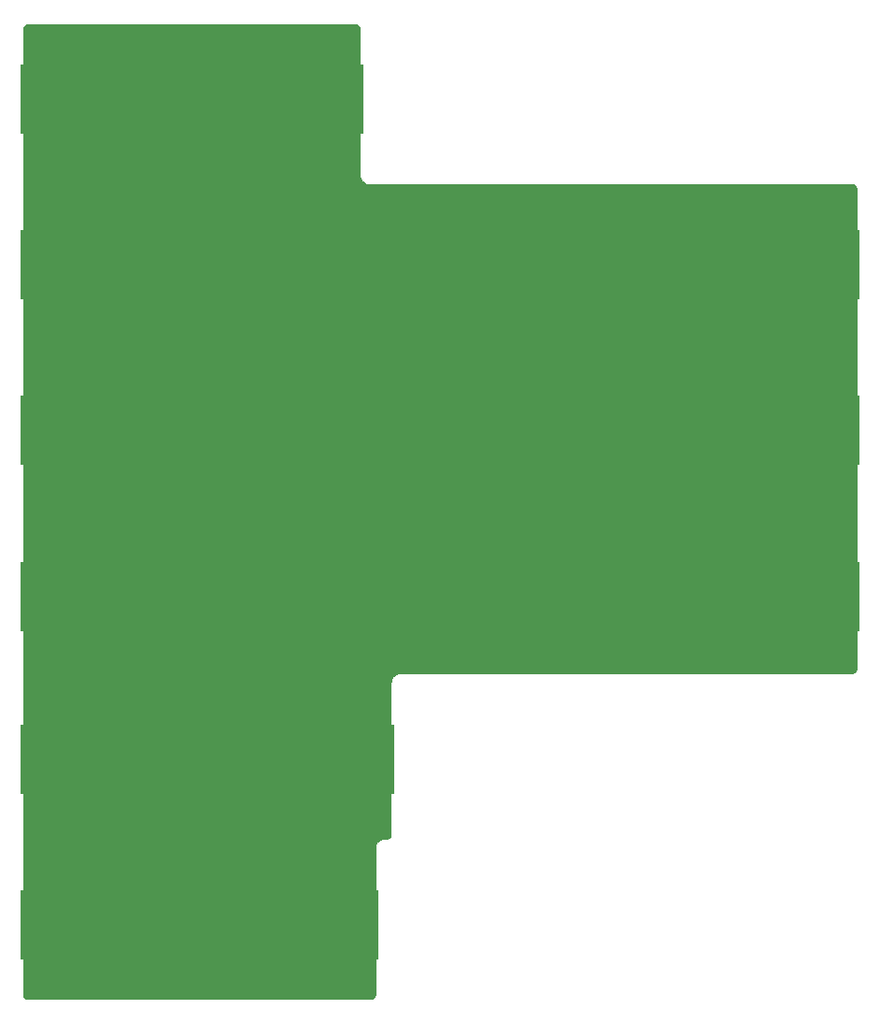
<source format=gbl>
G04 #@! TF.GenerationSoftware,KiCad,Pcbnew,(5.1.5)-2*
G04 #@! TF.CreationDate,2020-02-16T11:04:41+01:00*
G04 #@! TF.ProjectId,OSHPark_4Layers_trl-board_v0_1,4f534850-6172-46b5-9f34-4c6179657273,rev?*
G04 #@! TF.SameCoordinates,Original*
G04 #@! TF.FileFunction,Copper,L4,Bot*
G04 #@! TF.FilePolarity,Positive*
%FSLAX46Y46*%
G04 Gerber Fmt 4.6, Leading zero omitted, Abs format (unit mm)*
G04 Created by KiCad (PCBNEW (5.1.5)-2) date 2020-02-16 11:04:41*
%MOMM*%
%LPD*%
G04 APERTURE LIST*
%ADD10R,2.184400X6.299200*%
%ADD11C,0.762000*%
%ADD12C,0.600000*%
%ADD13C,0.152400*%
G04 APERTURE END LIST*
D10*
X214307800Y-165000000D03*
X184092200Y-165000000D03*
X215737800Y-150000000D03*
X184092200Y-150000000D03*
X257907800Y-135250000D03*
X184092200Y-135250000D03*
X257907800Y-120250000D03*
X184092200Y-120250000D03*
X257907800Y-105250000D03*
X184092200Y-105250000D03*
X212907800Y-90250000D03*
X184092200Y-90250000D03*
D11*
X185300000Y-165812800D03*
X186600000Y-165812800D03*
X187900000Y-165812800D03*
X189200000Y-165812800D03*
X190500000Y-165812800D03*
X191800000Y-165812800D03*
X193100000Y-165812800D03*
X194400000Y-165812800D03*
X195700000Y-165812800D03*
X197000000Y-165812800D03*
X200900000Y-165812800D03*
X202200000Y-165812800D03*
X203500000Y-165812800D03*
X204800000Y-165812800D03*
X206100000Y-165812800D03*
X207400000Y-165812800D03*
X208700000Y-165812800D03*
X210000000Y-165812800D03*
X211300000Y-165812800D03*
X212600000Y-165812800D03*
X184000000Y-165812800D03*
X213900000Y-165812800D03*
X212600000Y-164187200D03*
X211300000Y-164187200D03*
X210000000Y-164187200D03*
X208700000Y-164187200D03*
X207400000Y-164187200D03*
X206100000Y-164187200D03*
X204800000Y-164187200D03*
X203500000Y-164187200D03*
X202200000Y-164187200D03*
X200900000Y-164187200D03*
X197000000Y-164187200D03*
X195700000Y-164187200D03*
X194400000Y-164187200D03*
X193100000Y-164187200D03*
X191800000Y-164187200D03*
X190500000Y-164187200D03*
X189200000Y-164187200D03*
X187900000Y-164187200D03*
X186600000Y-164187200D03*
X185300000Y-164187200D03*
X213900000Y-164187200D03*
X184000000Y-164187200D03*
X185362500Y-150812800D03*
X186725000Y-150812800D03*
X188087500Y-150812800D03*
X189450000Y-150812800D03*
X190812500Y-150812800D03*
X192175000Y-150812800D03*
X193537500Y-150812800D03*
X194900000Y-150812800D03*
X196262500Y-150812800D03*
X197625000Y-150812800D03*
X184000000Y-150812800D03*
X197625000Y-149187200D03*
X196262500Y-149187200D03*
X194900000Y-149187200D03*
X193537500Y-149187200D03*
X192175000Y-149187200D03*
X190812500Y-149187200D03*
X189450000Y-149187200D03*
X188087500Y-149187200D03*
X186725000Y-149187200D03*
X185362500Y-149187200D03*
X184000000Y-149187200D03*
X202156083Y-150812800D03*
X203449666Y-150812800D03*
X204743250Y-150812800D03*
X206036833Y-150812800D03*
X207330416Y-150812800D03*
X208624000Y-150812800D03*
X209917583Y-150812800D03*
X211211166Y-150812800D03*
X212504750Y-150812800D03*
X213798333Y-150812800D03*
X215091916Y-150812800D03*
X215091916Y-149187200D03*
X213798333Y-149187200D03*
X212504750Y-149187200D03*
X211211166Y-149187200D03*
X209917583Y-149187200D03*
X208624000Y-149187200D03*
X207330416Y-149187200D03*
X206036833Y-149187200D03*
X204743250Y-149187200D03*
X203449666Y-149187200D03*
X202156083Y-149187200D03*
X185285439Y-136062800D03*
X186570879Y-136062800D03*
X187856318Y-136062800D03*
X189141758Y-136062800D03*
X190427198Y-136062800D03*
X191712637Y-136062800D03*
X192998077Y-136062800D03*
X194283517Y-136062800D03*
X195568956Y-136062800D03*
X196854396Y-136062800D03*
X198139836Y-136062800D03*
X199425275Y-136062800D03*
X200710715Y-136062800D03*
X201996155Y-136062800D03*
X203281594Y-136062800D03*
X204567034Y-136062800D03*
X205852474Y-136062800D03*
X207137913Y-136062800D03*
X208423353Y-136062800D03*
X209708793Y-136062800D03*
X210994232Y-136062800D03*
X212279672Y-136062800D03*
X213565112Y-136062800D03*
X214850551Y-136062800D03*
X216135991Y-136062800D03*
X217421431Y-136062800D03*
X218706870Y-136062800D03*
X219992310Y-136062800D03*
X221277750Y-136062800D03*
X222563189Y-136062800D03*
X223848629Y-136062800D03*
X225134068Y-136062800D03*
X226419508Y-136062800D03*
X227704948Y-136062800D03*
X228990387Y-136062800D03*
X230275827Y-136062800D03*
X231561267Y-136062800D03*
X232846706Y-136062800D03*
X234132146Y-136062800D03*
X235417586Y-136062800D03*
X236703025Y-136062800D03*
X237988465Y-136062800D03*
X239273905Y-136062800D03*
X240559344Y-136062800D03*
X241844784Y-136062800D03*
X243130224Y-136062800D03*
X244415663Y-136062800D03*
X245701103Y-136062800D03*
X246986543Y-136062800D03*
X248271982Y-136062800D03*
X249557422Y-136062800D03*
X250842862Y-136062800D03*
X252128301Y-136062800D03*
X253413741Y-136062800D03*
X254699181Y-136062800D03*
X255984620Y-136062800D03*
X257270060Y-136062800D03*
X184000000Y-136062800D03*
X257270060Y-134437200D03*
X255984620Y-134437200D03*
X254699181Y-134437200D03*
X253413741Y-134437200D03*
X252128301Y-134437200D03*
X250842862Y-134437200D03*
X249557422Y-134437200D03*
X248271982Y-134437200D03*
X246986543Y-134437200D03*
X245701103Y-134437200D03*
X244415663Y-134437200D03*
X243130224Y-134437200D03*
X241844784Y-134437200D03*
X240559344Y-134437200D03*
X239273905Y-134437200D03*
X237988465Y-134437200D03*
X236703025Y-134437200D03*
X235417586Y-134437200D03*
X234132146Y-134437200D03*
X232846706Y-134437200D03*
X231561267Y-134437200D03*
X230275827Y-134437200D03*
X228990387Y-134437200D03*
X227704948Y-134437200D03*
X226419508Y-134437200D03*
X225134068Y-134437200D03*
X223848629Y-134437200D03*
X222563189Y-134437200D03*
X221277750Y-134437200D03*
X219992310Y-134437200D03*
X218706870Y-134437200D03*
X217421431Y-134437200D03*
X216135991Y-134437200D03*
X214850551Y-134437200D03*
X213565112Y-134437200D03*
X212279672Y-134437200D03*
X210994232Y-134437200D03*
X209708793Y-134437200D03*
X208423353Y-134437200D03*
X207137913Y-134437200D03*
X205852474Y-134437200D03*
X204567034Y-134437200D03*
X203281594Y-134437200D03*
X201996155Y-134437200D03*
X200710715Y-134437200D03*
X199425275Y-134437200D03*
X198139836Y-134437200D03*
X196854396Y-134437200D03*
X195568956Y-134437200D03*
X194283517Y-134437200D03*
X192998077Y-134437200D03*
X191712637Y-134437200D03*
X190427198Y-134437200D03*
X189141758Y-134437200D03*
X187856318Y-134437200D03*
X186570879Y-134437200D03*
X185285439Y-134437200D03*
X184000000Y-134437200D03*
X245425916Y-106062800D03*
X246738875Y-106062800D03*
X248051833Y-106062800D03*
X249364791Y-106062800D03*
X250677750Y-106062800D03*
X251990708Y-106062800D03*
X253303666Y-106062800D03*
X254616625Y-106062800D03*
X255929583Y-106062800D03*
X257242541Y-106062800D03*
X257242541Y-104437200D03*
X255929583Y-104437200D03*
X254616625Y-104437200D03*
X253303666Y-104437200D03*
X251990708Y-104437200D03*
X250677750Y-104437200D03*
X249364791Y-104437200D03*
X248051833Y-104437200D03*
X246738875Y-104437200D03*
X245425916Y-104437200D03*
X244525458Y-121062800D03*
X245800916Y-121062800D03*
X247076375Y-121062800D03*
X248351833Y-121062800D03*
X249627291Y-121062800D03*
X250902750Y-121062800D03*
X252178208Y-121062800D03*
X253453666Y-121062800D03*
X254729125Y-121062800D03*
X256004583Y-121062800D03*
X257280041Y-121062800D03*
X243250000Y-121062800D03*
X257280041Y-119437200D03*
X256004583Y-119437200D03*
X254729125Y-119437200D03*
X253453666Y-119437200D03*
X252178208Y-119437200D03*
X250902750Y-119437200D03*
X249627291Y-119437200D03*
X248351833Y-119437200D03*
X247076375Y-119437200D03*
X245800916Y-119437200D03*
X244525458Y-119437200D03*
X243250000Y-119437200D03*
X185307692Y-121062800D03*
X186615384Y-121062800D03*
X187923076Y-121062800D03*
X189230769Y-121062800D03*
X190538461Y-121062800D03*
X191846153Y-121062800D03*
X193153846Y-121062800D03*
X194461538Y-121062800D03*
X195769230Y-121062800D03*
X197076923Y-121062800D03*
X198384615Y-121062800D03*
X199692307Y-121062800D03*
X184000000Y-121062800D03*
X201000000Y-121062800D03*
X199692307Y-119437200D03*
X198384615Y-119437200D03*
X197076923Y-119437200D03*
X195769230Y-119437200D03*
X194461538Y-119437200D03*
X193153846Y-119437200D03*
X191846153Y-119437200D03*
X190538461Y-119437200D03*
X189230769Y-119437200D03*
X187923076Y-119437200D03*
X186615384Y-119437200D03*
X185307692Y-119437200D03*
X184000000Y-119437200D03*
X185318181Y-106062800D03*
X186636363Y-106062800D03*
X187954545Y-106062800D03*
X189272727Y-106062800D03*
X190590909Y-106062800D03*
X191909090Y-106062800D03*
X193227272Y-106062800D03*
X194545454Y-106062800D03*
X195863636Y-106062800D03*
X197181818Y-106062800D03*
X184000000Y-106062800D03*
X197181818Y-104437200D03*
X195863636Y-104437200D03*
X194545454Y-104437200D03*
X193227272Y-104437200D03*
X191909090Y-104437200D03*
X190590909Y-104437200D03*
X189272727Y-104437200D03*
X187954545Y-104437200D03*
X186636363Y-104437200D03*
X185318181Y-104437200D03*
X184000000Y-104437200D03*
X185322727Y-91062800D03*
X186645454Y-91062800D03*
X187968181Y-91062800D03*
X189290909Y-91062800D03*
X190613636Y-91062800D03*
X191936363Y-91062800D03*
X193259090Y-91062800D03*
X194581818Y-91062800D03*
X195904545Y-91062800D03*
X197227272Y-91062800D03*
X198550000Y-91062800D03*
X199872727Y-91062800D03*
X201195454Y-91062800D03*
X202518181Y-91062800D03*
X203840909Y-91062800D03*
X205163636Y-91062800D03*
X206486363Y-91062800D03*
X207809090Y-91062800D03*
X209131818Y-91062800D03*
X210454545Y-91062800D03*
X211777272Y-91062800D03*
X184000000Y-91062800D03*
X213100000Y-91062800D03*
X211777272Y-89437200D03*
X210454545Y-89437200D03*
X209131818Y-89437200D03*
X207809090Y-89437200D03*
X206486363Y-89437200D03*
X205163636Y-89437200D03*
X203840909Y-89437200D03*
X202518181Y-89437200D03*
X201195454Y-89437200D03*
X199872727Y-89437200D03*
X198550000Y-89437200D03*
X197227272Y-89437200D03*
X195904545Y-89437200D03*
X194581818Y-89437200D03*
X193259090Y-89437200D03*
X191936363Y-89437200D03*
X190613636Y-89437200D03*
X189290909Y-89437200D03*
X187968181Y-89437200D03*
X186645454Y-89437200D03*
X185322727Y-89437200D03*
X213100000Y-89437200D03*
X184000000Y-89437200D03*
D12*
X197250000Y-102750000D03*
X197250000Y-101500000D03*
X198500000Y-101500000D03*
X199750000Y-101500000D03*
X201000000Y-101500000D03*
X202250000Y-106500000D03*
X202250000Y-105250000D03*
X202250000Y-104000000D03*
X202250000Y-102750000D03*
X202250000Y-101500000D03*
X244750000Y-102750000D03*
X244750000Y-101500000D03*
X242250000Y-101500000D03*
X243500000Y-101500000D03*
X241000000Y-101500000D03*
X242250000Y-109000000D03*
X241000000Y-109000000D03*
X243500000Y-109000000D03*
X244750000Y-109000000D03*
X244750000Y-107750000D03*
X197250000Y-147500000D03*
X198500000Y-147500000D03*
X199750000Y-147500000D03*
X201000000Y-147500000D03*
X202250000Y-147500000D03*
X197250000Y-152500000D03*
X199750000Y-152500000D03*
X198500000Y-152500000D03*
X202250000Y-152500000D03*
X201000000Y-152500000D03*
X197250000Y-167500000D03*
X197250000Y-168750000D03*
X198500000Y-168750000D03*
X199750000Y-168750000D03*
X201000000Y-168750000D03*
X201000000Y-167500000D03*
X202250000Y-107750000D03*
X202250000Y-109000000D03*
X198500000Y-109000000D03*
X201000000Y-109000000D03*
X199750000Y-109000000D03*
X197250000Y-109000000D03*
X197250000Y-107750000D03*
D11*
X202310000Y-121060000D03*
X202310000Y-120240000D03*
X201002307Y-119437200D03*
X202310000Y-119437200D03*
D12*
X197010000Y-163140000D03*
X198260000Y-163140000D03*
X199510000Y-163140000D03*
X200760000Y-163140000D03*
D11*
X242250000Y-120260000D03*
D12*
X239750000Y-107750000D03*
X239750000Y-109000000D03*
X239750000Y-106500000D03*
X239750000Y-105250000D03*
X239750000Y-104000000D03*
X239750000Y-102750000D03*
X239750000Y-101500000D03*
X197250000Y-148350000D03*
X202250000Y-148350000D03*
X197250000Y-151670000D03*
X202250000Y-151670000D03*
D13*
G36*
X213436193Y-83560028D02*
G01*
X213495334Y-83576848D01*
X213550078Y-83604833D01*
X213598344Y-83642918D01*
X213638289Y-83689648D01*
X213668400Y-83743252D01*
X213687527Y-83801687D01*
X213696398Y-83874740D01*
X213696403Y-97154904D01*
X213698186Y-97173007D01*
X213698220Y-97176716D01*
X213698701Y-97180928D01*
X213700105Y-97192487D01*
X213700797Y-97199516D01*
X213701066Y-97200403D01*
X213713290Y-97301064D01*
X213719258Y-97327931D01*
X213724849Y-97354869D01*
X213726139Y-97358907D01*
X213763785Y-97473921D01*
X213774860Y-97499122D01*
X213785573Y-97524454D01*
X213787623Y-97528164D01*
X213846892Y-97633676D01*
X213862631Y-97656218D01*
X213878081Y-97679017D01*
X213880809Y-97682253D01*
X213880813Y-97682259D01*
X213880818Y-97682264D01*
X213959446Y-97774248D01*
X213979276Y-97793315D01*
X213998849Y-97812668D01*
X214002152Y-97815312D01*
X214002157Y-97815317D01*
X214002162Y-97815320D01*
X214097162Y-97890282D01*
X214120343Y-97905150D01*
X214143276Y-97920315D01*
X214147037Y-97922272D01*
X214254792Y-97977356D01*
X214280437Y-97987445D01*
X214305862Y-97997860D01*
X214309931Y-97999049D01*
X214426333Y-98032154D01*
X214453419Y-98037065D01*
X214480411Y-98042348D01*
X214484626Y-98042722D01*
X214484635Y-98042724D01*
X214484644Y-98042724D01*
X214602786Y-98052387D01*
X214615096Y-98053600D01*
X258357611Y-98053600D01*
X258436195Y-98060028D01*
X258495336Y-98076848D01*
X258550080Y-98104833D01*
X258598346Y-98142918D01*
X258638291Y-98189648D01*
X258668402Y-98243252D01*
X258687529Y-98301687D01*
X258696400Y-98374740D01*
X258696401Y-141857599D01*
X258689972Y-141936195D01*
X258673152Y-141995336D01*
X258645167Y-142050080D01*
X258607082Y-142098346D01*
X258560353Y-142138290D01*
X258506745Y-142168403D01*
X258448312Y-142187529D01*
X258375260Y-142196400D01*
X217425096Y-142196400D01*
X217406982Y-142198184D01*
X217403285Y-142198218D01*
X217399073Y-142198699D01*
X217387562Y-142200097D01*
X217380484Y-142200794D01*
X217379591Y-142201065D01*
X217278936Y-142213288D01*
X217252076Y-142219255D01*
X217225131Y-142224847D01*
X217221093Y-142226137D01*
X217106079Y-142263783D01*
X217080920Y-142274840D01*
X217055547Y-142285571D01*
X217051836Y-142287621D01*
X216946324Y-142346889D01*
X216923754Y-142362648D01*
X216900984Y-142378079D01*
X216897742Y-142380811D01*
X216805752Y-142459444D01*
X216786666Y-142479294D01*
X216767333Y-142498847D01*
X216764688Y-142502150D01*
X216764683Y-142502155D01*
X216764680Y-142502160D01*
X216689718Y-142597160D01*
X216674840Y-142620356D01*
X216659685Y-142643274D01*
X216657728Y-142647035D01*
X216602644Y-142754790D01*
X216592555Y-142780435D01*
X216582140Y-142805860D01*
X216580951Y-142809929D01*
X216547846Y-142926331D01*
X216542930Y-142953449D01*
X216537652Y-142980409D01*
X216537278Y-142984624D01*
X216537276Y-142984633D01*
X216537276Y-142984642D01*
X216527608Y-143102843D01*
X216526401Y-143115094D01*
X216526400Y-156857609D01*
X216519972Y-156936193D01*
X216503152Y-156995334D01*
X216475167Y-157050078D01*
X216437082Y-157098344D01*
X216390353Y-157138288D01*
X216336745Y-157168401D01*
X216278312Y-157187527D01*
X216205255Y-157196399D01*
X215995091Y-157196403D01*
X215976992Y-157198186D01*
X215973285Y-157198220D01*
X215969073Y-157198701D01*
X215957503Y-157200106D01*
X215950479Y-157200798D01*
X215949594Y-157201066D01*
X215848936Y-157213290D01*
X215822076Y-157219257D01*
X215795131Y-157224849D01*
X215791093Y-157226139D01*
X215676079Y-157263785D01*
X215650920Y-157274842D01*
X215625547Y-157285573D01*
X215621836Y-157287623D01*
X215516324Y-157346891D01*
X215493754Y-157362650D01*
X215470984Y-157378081D01*
X215467742Y-157380813D01*
X215375752Y-157459446D01*
X215356666Y-157479296D01*
X215337333Y-157498849D01*
X215334688Y-157502152D01*
X215334683Y-157502157D01*
X215334680Y-157502162D01*
X215259718Y-157597162D01*
X215244840Y-157620358D01*
X215229685Y-157643276D01*
X215227728Y-157647037D01*
X215172644Y-157754792D01*
X215162555Y-157780437D01*
X215152140Y-157805862D01*
X215150951Y-157809931D01*
X215117846Y-157926333D01*
X215112930Y-157953451D01*
X215107652Y-157980411D01*
X215107278Y-157984626D01*
X215107276Y-157984635D01*
X215107276Y-157984644D01*
X215097608Y-158102845D01*
X215096401Y-158115096D01*
X215096399Y-171357610D01*
X215089971Y-171436194D01*
X215073151Y-171495335D01*
X215045166Y-171550079D01*
X215007081Y-171598345D01*
X214960352Y-171638289D01*
X214906744Y-171668402D01*
X214848311Y-171687528D01*
X214775259Y-171696399D01*
X183642403Y-171696401D01*
X183563807Y-171689972D01*
X183504666Y-171673152D01*
X183449922Y-171645167D01*
X183401656Y-171607082D01*
X183361712Y-171560353D01*
X183331599Y-171506744D01*
X183312473Y-171448312D01*
X183303602Y-171375260D01*
X183303599Y-83892401D01*
X183310028Y-83813805D01*
X183326848Y-83754664D01*
X183354833Y-83699920D01*
X183392918Y-83651654D01*
X183439648Y-83611709D01*
X183493252Y-83581598D01*
X183551687Y-83562471D01*
X183624740Y-83553600D01*
X213357609Y-83553600D01*
X213436193Y-83560028D01*
G37*
X213436193Y-83560028D02*
X213495334Y-83576848D01*
X213550078Y-83604833D01*
X213598344Y-83642918D01*
X213638289Y-83689648D01*
X213668400Y-83743252D01*
X213687527Y-83801687D01*
X213696398Y-83874740D01*
X213696403Y-97154904D01*
X213698186Y-97173007D01*
X213698220Y-97176716D01*
X213698701Y-97180928D01*
X213700105Y-97192487D01*
X213700797Y-97199516D01*
X213701066Y-97200403D01*
X213713290Y-97301064D01*
X213719258Y-97327931D01*
X213724849Y-97354869D01*
X213726139Y-97358907D01*
X213763785Y-97473921D01*
X213774860Y-97499122D01*
X213785573Y-97524454D01*
X213787623Y-97528164D01*
X213846892Y-97633676D01*
X213862631Y-97656218D01*
X213878081Y-97679017D01*
X213880809Y-97682253D01*
X213880813Y-97682259D01*
X213880818Y-97682264D01*
X213959446Y-97774248D01*
X213979276Y-97793315D01*
X213998849Y-97812668D01*
X214002152Y-97815312D01*
X214002157Y-97815317D01*
X214002162Y-97815320D01*
X214097162Y-97890282D01*
X214120343Y-97905150D01*
X214143276Y-97920315D01*
X214147037Y-97922272D01*
X214254792Y-97977356D01*
X214280437Y-97987445D01*
X214305862Y-97997860D01*
X214309931Y-97999049D01*
X214426333Y-98032154D01*
X214453419Y-98037065D01*
X214480411Y-98042348D01*
X214484626Y-98042722D01*
X214484635Y-98042724D01*
X214484644Y-98042724D01*
X214602786Y-98052387D01*
X214615096Y-98053600D01*
X258357611Y-98053600D01*
X258436195Y-98060028D01*
X258495336Y-98076848D01*
X258550080Y-98104833D01*
X258598346Y-98142918D01*
X258638291Y-98189648D01*
X258668402Y-98243252D01*
X258687529Y-98301687D01*
X258696400Y-98374740D01*
X258696401Y-141857599D01*
X258689972Y-141936195D01*
X258673152Y-141995336D01*
X258645167Y-142050080D01*
X258607082Y-142098346D01*
X258560353Y-142138290D01*
X258506745Y-142168403D01*
X258448312Y-142187529D01*
X258375260Y-142196400D01*
X217425096Y-142196400D01*
X217406982Y-142198184D01*
X217403285Y-142198218D01*
X217399073Y-142198699D01*
X217387562Y-142200097D01*
X217380484Y-142200794D01*
X217379591Y-142201065D01*
X217278936Y-142213288D01*
X217252076Y-142219255D01*
X217225131Y-142224847D01*
X217221093Y-142226137D01*
X217106079Y-142263783D01*
X217080920Y-142274840D01*
X217055547Y-142285571D01*
X217051836Y-142287621D01*
X216946324Y-142346889D01*
X216923754Y-142362648D01*
X216900984Y-142378079D01*
X216897742Y-142380811D01*
X216805752Y-142459444D01*
X216786666Y-142479294D01*
X216767333Y-142498847D01*
X216764688Y-142502150D01*
X216764683Y-142502155D01*
X216764680Y-142502160D01*
X216689718Y-142597160D01*
X216674840Y-142620356D01*
X216659685Y-142643274D01*
X216657728Y-142647035D01*
X216602644Y-142754790D01*
X216592555Y-142780435D01*
X216582140Y-142805860D01*
X216580951Y-142809929D01*
X216547846Y-142926331D01*
X216542930Y-142953449D01*
X216537652Y-142980409D01*
X216537278Y-142984624D01*
X216537276Y-142984633D01*
X216537276Y-142984642D01*
X216527608Y-143102843D01*
X216526401Y-143115094D01*
X216526400Y-156857609D01*
X216519972Y-156936193D01*
X216503152Y-156995334D01*
X216475167Y-157050078D01*
X216437082Y-157098344D01*
X216390353Y-157138288D01*
X216336745Y-157168401D01*
X216278312Y-157187527D01*
X216205255Y-157196399D01*
X215995091Y-157196403D01*
X215976992Y-157198186D01*
X215973285Y-157198220D01*
X215969073Y-157198701D01*
X215957503Y-157200106D01*
X215950479Y-157200798D01*
X215949594Y-157201066D01*
X215848936Y-157213290D01*
X215822076Y-157219257D01*
X215795131Y-157224849D01*
X215791093Y-157226139D01*
X215676079Y-157263785D01*
X215650920Y-157274842D01*
X215625547Y-157285573D01*
X215621836Y-157287623D01*
X215516324Y-157346891D01*
X215493754Y-157362650D01*
X215470984Y-157378081D01*
X215467742Y-157380813D01*
X215375752Y-157459446D01*
X215356666Y-157479296D01*
X215337333Y-157498849D01*
X215334688Y-157502152D01*
X215334683Y-157502157D01*
X215334680Y-157502162D01*
X215259718Y-157597162D01*
X215244840Y-157620358D01*
X215229685Y-157643276D01*
X215227728Y-157647037D01*
X215172644Y-157754792D01*
X215162555Y-157780437D01*
X215152140Y-157805862D01*
X215150951Y-157809931D01*
X215117846Y-157926333D01*
X215112930Y-157953451D01*
X215107652Y-157980411D01*
X215107278Y-157984626D01*
X215107276Y-157984635D01*
X215107276Y-157984644D01*
X215097608Y-158102845D01*
X215096401Y-158115096D01*
X215096399Y-171357610D01*
X215089971Y-171436194D01*
X215073151Y-171495335D01*
X215045166Y-171550079D01*
X215007081Y-171598345D01*
X214960352Y-171638289D01*
X214906744Y-171668402D01*
X214848311Y-171687528D01*
X214775259Y-171696399D01*
X183642403Y-171696401D01*
X183563807Y-171689972D01*
X183504666Y-171673152D01*
X183449922Y-171645167D01*
X183401656Y-171607082D01*
X183361712Y-171560353D01*
X183331599Y-171506744D01*
X183312473Y-171448312D01*
X183303602Y-171375260D01*
X183303599Y-83892401D01*
X183310028Y-83813805D01*
X183326848Y-83754664D01*
X183354833Y-83699920D01*
X183392918Y-83651654D01*
X183439648Y-83611709D01*
X183493252Y-83581598D01*
X183551687Y-83562471D01*
X183624740Y-83553600D01*
X213357609Y-83553600D01*
X213436193Y-83560028D01*
M02*

</source>
